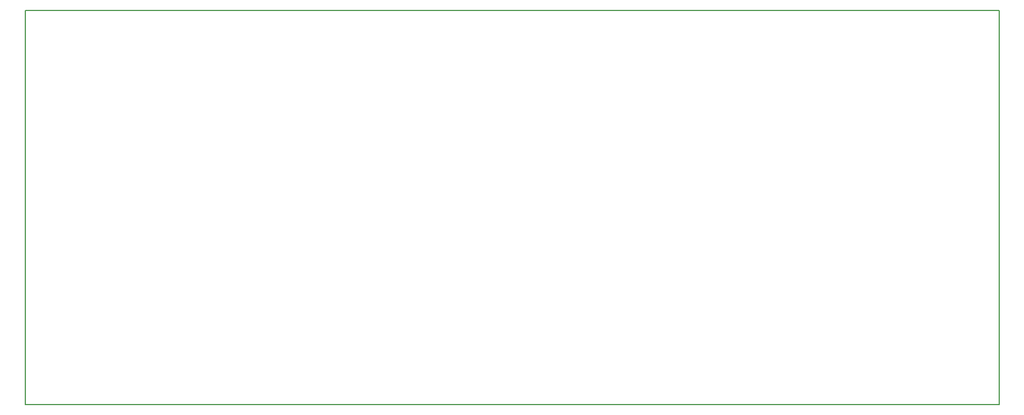
<source format=gm1>
G04 MADE WITH FRITZING*
G04 WWW.FRITZING.ORG*
G04 DOUBLE SIDED*
G04 HOLES PLATED*
G04 CONTOUR ON CENTER OF CONTOUR VECTOR*
%ASAXBY*%
%FSLAX23Y23*%
%MOIN*%
%OFA0B0*%
%SFA1.0B1.0*%
%ADD10R,5.905520X2.395540*%
%ADD11C,0.008000*%
%ADD10C,0.008*%
%LNCONTOUR*%
G90*
G70*
G54D10*
G54D11*
X4Y2392D02*
X5902Y2392D01*
X5902Y4D01*
X4Y4D01*
X4Y2392D01*
D02*
G04 End of contour*
M02*
</source>
